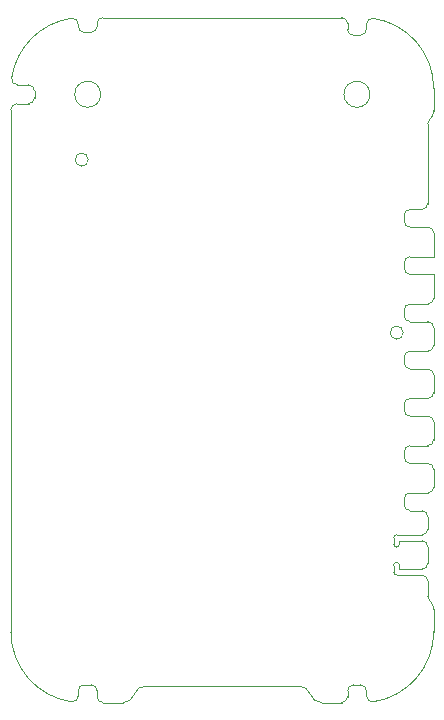
<source format=gm1>
G04 #@! TF.GenerationSoftware,KiCad,Pcbnew,(5.1.10)-1*
G04 #@! TF.CreationDate,2021-09-23T13:54:31+08:00*
G04 #@! TF.ProjectId,BeagleConnect Freedom,42656167-6c65-4436-9f6e-6e6563742046,B*
G04 #@! TF.SameCoordinates,Original*
G04 #@! TF.FileFunction,Profile,NP*
%FSLAX46Y46*%
G04 Gerber Fmt 4.6, Leading zero omitted, Abs format (unit mm)*
G04 Created by KiCad (PCBNEW (5.1.10)-1) date 2021-09-23 13:54:31*
%MOMM*%
%LPD*%
G01*
G04 APERTURE LIST*
G04 #@! TA.AperFunction,Profile*
%ADD10C,0.050000*%
G04 #@! TD*
G04 APERTURE END LIST*
D10*
X289279000Y-51088000D02*
G75*
G03*
X289279000Y-51088000I-550000J0D01*
G01*
X262609000Y-36441000D02*
G75*
G03*
X262609000Y-36441000I-550000J0D01*
G01*
X291863382Y-48158779D02*
X291863382Y-46158779D01*
X291863382Y-48158779D02*
G75*
G02*
X291363382Y-48658779I-500000J0D01*
G01*
X289863382Y-48658779D02*
X291363382Y-48658779D01*
X289363382Y-49158779D02*
G75*
G02*
X289863382Y-48658779I500000J0D01*
G01*
X289363382Y-49658779D02*
X289363382Y-49158779D01*
X289863382Y-50158779D02*
G75*
G02*
X289363382Y-49658779I0J500000D01*
G01*
X291363382Y-50158779D02*
X289863382Y-50158779D01*
X291363382Y-50158779D02*
G75*
G02*
X291863382Y-50658779I0J-500000D01*
G01*
X291863382Y-52158779D02*
X291863382Y-50658779D01*
X291863382Y-52158779D02*
G75*
G02*
X291363382Y-52658779I-500000J0D01*
G01*
X289863382Y-52658779D02*
X291363382Y-52658779D01*
X289363382Y-53158779D02*
G75*
G02*
X289863382Y-52658779I500000J0D01*
G01*
X289363382Y-53658779D02*
X289363382Y-53158779D01*
X289863382Y-54158779D02*
G75*
G02*
X289363382Y-53658779I0J500000D01*
G01*
X291363382Y-54158779D02*
X289863382Y-54158779D01*
X291363382Y-54158779D02*
G75*
G02*
X291863382Y-54658779I0J-500000D01*
G01*
X291863382Y-56158779D02*
X291863382Y-54658779D01*
X291863382Y-56158779D02*
G75*
G02*
X291363382Y-56658779I-500000J0D01*
G01*
X289863382Y-56658779D02*
X291363382Y-56658779D01*
X289363382Y-57158779D02*
G75*
G02*
X289863382Y-56658779I500000J0D01*
G01*
X289363382Y-57658779D02*
X289363382Y-57158779D01*
X289863382Y-58158779D02*
G75*
G02*
X289363382Y-57658779I0J500000D01*
G01*
X291363382Y-58158779D02*
X289863382Y-58158779D01*
X291363382Y-58158779D02*
G75*
G02*
X291863382Y-58658779I0J-500000D01*
G01*
X291863382Y-60158779D02*
X291863382Y-58658779D01*
X291863382Y-60158779D02*
G75*
G02*
X291363382Y-60658779I-500000J0D01*
G01*
X289863382Y-60658779D02*
X291363382Y-60658779D01*
X289363382Y-61158779D02*
G75*
G02*
X289863382Y-60658779I500000J0D01*
G01*
X289363382Y-61658779D02*
X289363382Y-61158779D01*
X289863382Y-62158779D02*
G75*
G02*
X289363382Y-61658779I0J500000D01*
G01*
X291363382Y-62158779D02*
X289863382Y-62158779D01*
X291363382Y-62158779D02*
G75*
G02*
X291863382Y-62658779I0J-500000D01*
G01*
X291863382Y-64158779D02*
X291863382Y-62658779D01*
X291863382Y-64158779D02*
G75*
G02*
X291363382Y-64658779I-500000J0D01*
G01*
X289863382Y-64658779D02*
X291363382Y-64658779D01*
X289363382Y-65158779D02*
G75*
G02*
X289863382Y-64658779I500000J0D01*
G01*
X289363382Y-65658779D02*
X289363382Y-65158779D01*
X289863382Y-66158779D02*
G75*
G02*
X289363382Y-65658779I0J500000D01*
G01*
X290863382Y-66158779D02*
X289863382Y-66158779D01*
X290863382Y-66158779D02*
G75*
G02*
X291363382Y-66658779I0J-500000D01*
G01*
X291363382Y-67708779D02*
X291363382Y-66658779D01*
X291363382Y-67708779D02*
G75*
G02*
X290863382Y-68208779I-500000J0D01*
G01*
X288713382Y-68208779D02*
X290863382Y-68208779D01*
X288463382Y-68458779D02*
G75*
G02*
X288713382Y-68208779I250000J0D01*
G01*
X288463382Y-69008779D02*
X288463382Y-68458779D01*
X288963382Y-69008779D02*
G75*
G02*
X288463382Y-69008779I-250000J0D01*
G01*
X288963382Y-68708779D02*
X288963382Y-69008779D01*
X290863382Y-68708779D02*
X288963382Y-68708779D01*
X290863382Y-68708779D02*
G75*
G02*
X291363382Y-69208779I0J-500000D01*
G01*
X291363382Y-70608779D02*
X291363382Y-69208779D01*
X291363382Y-70608779D02*
G75*
G02*
X290863382Y-71108779I-500000J0D01*
G01*
X288963382Y-71108779D02*
X290863382Y-71108779D01*
X288963382Y-70808779D02*
X288963382Y-71108779D01*
X288463382Y-70808779D02*
G75*
G02*
X288963382Y-70808779I250000J0D01*
G01*
X288463382Y-71358779D02*
X288463382Y-70808779D01*
X288713382Y-71608779D02*
G75*
G02*
X288463382Y-71358779I0J250000D01*
G01*
X290863382Y-71608779D02*
X288713382Y-71608779D01*
X290863382Y-71608779D02*
G75*
G02*
X291363382Y-72108779I0J-500000D01*
G01*
X291363382Y-73408779D02*
X291363382Y-72108779D01*
X291530049Y-73781457D02*
G75*
G02*
X291363382Y-73408779I333333J372678D01*
G01*
X291530049Y-73781457D02*
G75*
G02*
X291863382Y-74526813I-666667J-745356D01*
G01*
X291863382Y-76408779D02*
X291863382Y-74526813D01*
X291863381Y-76408779D02*
G75*
G02*
X286736109Y-82344968I-5999999J0D01*
G01*
X286736109Y-82344968D02*
G75*
G02*
X286163382Y-81850286I-72727J494682D01*
G01*
X286163382Y-81408779D02*
X286163382Y-81850286D01*
X285663382Y-80908779D02*
G75*
G02*
X286163382Y-81408779I0J-500000D01*
G01*
X285063382Y-80908779D02*
X285663382Y-80908779D01*
X284563382Y-81408779D02*
G75*
G02*
X285063382Y-80908779I500000J0D01*
G01*
X284563382Y-81908779D02*
X284563382Y-81408779D01*
X284563382Y-81908779D02*
G75*
G02*
X284063382Y-82408779I-500000J0D01*
G01*
X282371260Y-82408779D02*
X284063382Y-82408779D01*
X282371260Y-82408779D02*
G75*
G02*
X281417321Y-81708779I0J1000000D01*
G01*
X280463382Y-81008779D02*
G75*
G02*
X281417321Y-81708779I0J-1000000D01*
G01*
X267463382Y-81008779D02*
X280463382Y-81008779D01*
X266509443Y-81708779D02*
G75*
G02*
X267463382Y-81008779I953939J-300000D01*
G01*
X266509442Y-81708779D02*
G75*
G02*
X265555503Y-82408779I-953939J300000D01*
G01*
X263863382Y-82408779D02*
X265555503Y-82408779D01*
X263863382Y-82408779D02*
G75*
G02*
X263363382Y-81908779I0J500000D01*
G01*
X263363382Y-81408779D02*
X263363382Y-81908779D01*
X262863382Y-80908779D02*
G75*
G02*
X263363382Y-81408779I0J-500000D01*
G01*
X262263382Y-80908779D02*
X262863382Y-80908779D01*
X261763382Y-81408779D02*
G75*
G02*
X262263382Y-80908779I500000J0D01*
G01*
X261763382Y-81850286D02*
X261763382Y-81408779D01*
X261763382Y-81850287D02*
G75*
G02*
X261190654Y-82344968I-500000J1D01*
G01*
X261190655Y-82344969D02*
G75*
G02*
X256063382Y-76408779I872727J5936190D01*
G01*
X256063382Y-32208779D02*
X256063382Y-76408779D01*
X256063382Y-32208779D02*
G75*
G02*
X256563382Y-31708779I500000J0D01*
G01*
X257563382Y-31708779D02*
X256563382Y-31708779D01*
X258063382Y-31208779D02*
G75*
G02*
X257563382Y-31708779I-500000J0D01*
G01*
X258063382Y-30608779D02*
X258063382Y-31208779D01*
X257563382Y-30108779D02*
G75*
G02*
X258063382Y-30608779I0J-500000D01*
G01*
X256621874Y-30108779D02*
X257563382Y-30108779D01*
X256621874Y-30108778D02*
G75*
G02*
X256127192Y-29536052I0J499999D01*
G01*
X256127192Y-29536052D02*
G75*
G02*
X261190654Y-24472589I5936190J-872727D01*
G01*
X261190655Y-24472590D02*
G75*
G02*
X261763382Y-24967272I72727J-494682D01*
G01*
X261763382Y-25158779D02*
X261763382Y-24967272D01*
X262263382Y-25658779D02*
G75*
G02*
X261763382Y-25158779I0J500000D01*
G01*
X262863382Y-25658779D02*
X262263382Y-25658779D01*
X263363382Y-25158779D02*
G75*
G02*
X262863382Y-25658779I-500000J0D01*
G01*
X263363382Y-24908779D02*
X263363382Y-25158779D01*
X263363382Y-24908779D02*
G75*
G02*
X263863382Y-24408779I500000J0D01*
G01*
X284063382Y-24408779D02*
X263863382Y-24408779D01*
X284063382Y-24408779D02*
G75*
G02*
X284563382Y-24908779I0J-500000D01*
G01*
X284563382Y-25408779D02*
X284563382Y-24908779D01*
X285063382Y-25908779D02*
G75*
G02*
X284563382Y-25408779I0J500000D01*
G01*
X285663382Y-25908779D02*
X285063382Y-25908779D01*
X286163382Y-25408779D02*
G75*
G02*
X285663382Y-25908779I-500000J0D01*
G01*
X286163382Y-24967272D02*
X286163382Y-25408779D01*
X286163382Y-24967272D02*
G75*
G02*
X286736109Y-24472589I500000J0D01*
G01*
X286736109Y-24472589D02*
G75*
G02*
X291863382Y-30408779I-872727J-5936190D01*
G01*
X291863382Y-32290745D02*
X291863382Y-30408779D01*
X291863382Y-32290746D02*
G75*
G02*
X291530048Y-33036101I-1000000J1D01*
G01*
X291363382Y-33408779D02*
G75*
G02*
X291530048Y-33036101I500000J0D01*
G01*
X291363382Y-40158779D02*
X291363382Y-33408779D01*
X291363382Y-40158779D02*
G75*
G02*
X290863382Y-40658779I-500000J0D01*
G01*
X289863382Y-40658779D02*
X290863382Y-40658779D01*
X289363382Y-41158779D02*
G75*
G02*
X289863382Y-40658779I500000J0D01*
G01*
X289363382Y-41658779D02*
X289363382Y-41158779D01*
X289863382Y-42158779D02*
G75*
G02*
X289363382Y-41658779I0J500000D01*
G01*
X291363382Y-42158779D02*
X289863382Y-42158779D01*
X291363382Y-42158779D02*
G75*
G02*
X291863382Y-42658779I0J-500000D01*
G01*
X291863382Y-44658779D02*
X291863382Y-42658779D01*
X289863382Y-44658779D02*
X291863382Y-44658779D01*
X289363382Y-45158779D02*
G75*
G02*
X289863382Y-44658779I500000J0D01*
G01*
X289363382Y-45658779D02*
X289363382Y-45158779D01*
X289863382Y-46158779D02*
G75*
G02*
X289363382Y-45658779I0J500000D01*
G01*
X291863382Y-46158779D02*
X289863382Y-46158779D01*
X289363382Y-57658779D02*
X289363382Y-57158779D01*
X289863382Y-58158779D02*
G75*
G02*
X289363382Y-57658779I0J500000D01*
G01*
X291363382Y-58158779D02*
X289863382Y-58158779D01*
X291363382Y-58158779D02*
G75*
G02*
X291863382Y-58658779I0J-500000D01*
G01*
X291863382Y-60158779D02*
X291863382Y-58658779D01*
X291863382Y-60158779D02*
G75*
G02*
X291363382Y-60658779I-500000J0D01*
G01*
X289863382Y-60658779D02*
X291363382Y-60658779D01*
X289363382Y-61158779D02*
G75*
G02*
X289863382Y-60658779I500000J0D01*
G01*
X289363382Y-61658779D02*
X289363382Y-61158779D01*
X289863382Y-62158779D02*
G75*
G02*
X289363382Y-61658779I0J500000D01*
G01*
X291363382Y-62158779D02*
X289863382Y-62158779D01*
X291363382Y-62158779D02*
G75*
G02*
X291863382Y-62658779I0J-500000D01*
G01*
X291863382Y-64158779D02*
X291863382Y-62658779D01*
X291863382Y-64158779D02*
G75*
G02*
X291363382Y-64658779I-500000J0D01*
G01*
X289863382Y-64658779D02*
X291363382Y-64658779D01*
X289363382Y-65158779D02*
G75*
G02*
X289863382Y-64658779I500000J0D01*
G01*
X289363382Y-65658779D02*
X289363382Y-65158779D01*
X289863382Y-66158779D02*
G75*
G02*
X289363382Y-65658779I0J500000D01*
G01*
X290863382Y-66158779D02*
X289863382Y-66158779D01*
X290863382Y-66158779D02*
G75*
G02*
X291363382Y-66658779I0J-500000D01*
G01*
X291363382Y-67708779D02*
X291363382Y-66658779D01*
X291363382Y-67708779D02*
G75*
G02*
X290863382Y-68208779I-500000J0D01*
G01*
X288713382Y-68208779D02*
X290863382Y-68208779D01*
X288463382Y-68458779D02*
G75*
G02*
X288713382Y-68208779I250000J0D01*
G01*
X288463382Y-69008779D02*
X288463382Y-68458779D01*
X288963382Y-69008779D02*
G75*
G02*
X288463382Y-69008779I-250000J0D01*
G01*
X288963382Y-68708779D02*
X288963382Y-69008779D01*
X290863382Y-68708779D02*
X288963382Y-68708779D01*
X290863382Y-68708779D02*
G75*
G02*
X291363382Y-69208779I0J-500000D01*
G01*
X291363382Y-70608779D02*
X291363382Y-69208779D01*
X291363382Y-70608779D02*
G75*
G02*
X290863382Y-71108779I-500000J0D01*
G01*
X288963382Y-71108779D02*
X290863382Y-71108779D01*
X288963382Y-70808779D02*
X288963382Y-71108779D01*
X288463382Y-70808779D02*
G75*
G02*
X288963382Y-70808779I250000J0D01*
G01*
X288463382Y-71358779D02*
X288463382Y-70808779D01*
X288713382Y-71608779D02*
G75*
G02*
X288463382Y-71358779I0J250000D01*
G01*
X290863382Y-71608779D02*
X288713382Y-71608779D01*
X290863382Y-71608779D02*
G75*
G02*
X291363382Y-72108779I0J-500000D01*
G01*
X291363382Y-73408779D02*
X291363382Y-72108779D01*
X291530049Y-73781457D02*
G75*
G02*
X291363382Y-73408779I333333J372678D01*
G01*
X291530049Y-73781457D02*
G75*
G02*
X291863382Y-74526813I-666667J-745356D01*
G01*
X291863382Y-76408779D02*
X291863382Y-74526813D01*
X291863381Y-76408779D02*
G75*
G02*
X286736109Y-82344968I-5999999J0D01*
G01*
X286736109Y-82344968D02*
G75*
G02*
X286163382Y-81850286I-72727J494682D01*
G01*
X286163382Y-81408779D02*
X286163382Y-81850286D01*
X285663382Y-80908779D02*
G75*
G02*
X286163382Y-81408779I0J-500000D01*
G01*
X285063382Y-80908779D02*
X285663382Y-80908779D01*
X284563382Y-81408779D02*
G75*
G02*
X285063382Y-80908779I500000J0D01*
G01*
X284563382Y-81908779D02*
X284563382Y-81408779D01*
X284563382Y-81908779D02*
G75*
G02*
X284063382Y-82408779I-500000J0D01*
G01*
X282371260Y-82408779D02*
X284063382Y-82408779D01*
X282371260Y-82408779D02*
G75*
G02*
X281417321Y-81708779I0J1000000D01*
G01*
X280463382Y-81008779D02*
G75*
G02*
X281417321Y-81708779I0J-1000000D01*
G01*
X267463382Y-81008779D02*
X280463382Y-81008779D01*
X266509443Y-81708779D02*
G75*
G02*
X267463382Y-81008779I953939J-300000D01*
G01*
X266509442Y-81708779D02*
G75*
G02*
X265555503Y-82408779I-953939J300000D01*
G01*
X263863382Y-82408779D02*
X265555503Y-82408779D01*
X263863382Y-82408779D02*
G75*
G02*
X263363382Y-81908779I0J500000D01*
G01*
X263363382Y-81408779D02*
X263363382Y-81908779D01*
X262863382Y-80908779D02*
G75*
G02*
X263363382Y-81408779I0J-500000D01*
G01*
X262263382Y-80908779D02*
X262863382Y-80908779D01*
X261763382Y-81408779D02*
G75*
G02*
X262263382Y-80908779I500000J0D01*
G01*
X261763382Y-81850286D02*
X261763382Y-81408779D01*
X261763382Y-81850287D02*
G75*
G02*
X261190654Y-82344968I-500000J1D01*
G01*
X261190655Y-82344969D02*
G75*
G02*
X256063382Y-76408779I872727J5936190D01*
G01*
X256063382Y-32208779D02*
X256063382Y-76408779D01*
X256063382Y-32208779D02*
G75*
G02*
X256563382Y-31708779I500000J0D01*
G01*
X257563382Y-31708779D02*
X256563382Y-31708779D01*
X258063382Y-31208779D02*
G75*
G02*
X257563382Y-31708779I-500000J0D01*
G01*
X258063382Y-30608779D02*
X258063382Y-31208779D01*
X257563382Y-30108779D02*
G75*
G02*
X258063382Y-30608779I0J-500000D01*
G01*
X256621874Y-30108779D02*
X257563382Y-30108779D01*
X256621874Y-30108778D02*
G75*
G02*
X256127192Y-29536052I0J499999D01*
G01*
X256127192Y-29536052D02*
G75*
G02*
X261190654Y-24472589I5936190J-872727D01*
G01*
X261190655Y-24472590D02*
G75*
G02*
X261763382Y-24967272I72727J-494682D01*
G01*
X261763382Y-25158779D02*
X261763382Y-24967272D01*
X262263382Y-25658779D02*
G75*
G02*
X261763382Y-25158779I0J500000D01*
G01*
X262863382Y-25658779D02*
X262263382Y-25658779D01*
X263363382Y-25158779D02*
G75*
G02*
X262863382Y-25658779I-500000J0D01*
G01*
X263363382Y-24908779D02*
X263363382Y-25158779D01*
X263363382Y-24908779D02*
G75*
G02*
X263863382Y-24408779I500000J0D01*
G01*
X284063382Y-24408779D02*
X263863382Y-24408779D01*
X284063382Y-24408779D02*
G75*
G02*
X284563382Y-24908779I0J-500000D01*
G01*
X284563382Y-25408779D02*
X284563382Y-24908779D01*
X285063382Y-25908779D02*
G75*
G02*
X284563382Y-25408779I0J500000D01*
G01*
X285663382Y-25908779D02*
X285063382Y-25908779D01*
X286163382Y-25408779D02*
G75*
G02*
X285663382Y-25908779I-500000J0D01*
G01*
X286163382Y-24967272D02*
X286163382Y-25408779D01*
X286163382Y-24967272D02*
G75*
G02*
X286736109Y-24472589I500000J0D01*
G01*
X286736109Y-24472589D02*
G75*
G02*
X291863382Y-30408779I-872727J-5936190D01*
G01*
X291863382Y-32290745D02*
X291863382Y-30408779D01*
X291863382Y-32290746D02*
G75*
G02*
X291530048Y-33036101I-1000000J1D01*
G01*
X291363382Y-33408779D02*
G75*
G02*
X291530048Y-33036101I500000J0D01*
G01*
X291363382Y-40158779D02*
X291363382Y-33408779D01*
X291363382Y-40158779D02*
G75*
G02*
X290863382Y-40658779I-500000J0D01*
G01*
X289863382Y-40658779D02*
X290863382Y-40658779D01*
X289363382Y-41158779D02*
G75*
G02*
X289863382Y-40658779I500000J0D01*
G01*
X289363382Y-41658779D02*
X289363382Y-41158779D01*
X289863382Y-42158779D02*
G75*
G02*
X289363382Y-41658779I0J500000D01*
G01*
X291363382Y-42158779D02*
X289863382Y-42158779D01*
X291363382Y-42158779D02*
G75*
G02*
X291863382Y-42658779I0J-500000D01*
G01*
X291863382Y-44658779D02*
X291863382Y-42658779D01*
X289863382Y-44658779D02*
X291863382Y-44658779D01*
X289363382Y-45158779D02*
G75*
G02*
X289863382Y-44658779I500000J0D01*
G01*
X289363382Y-45658779D02*
X289363382Y-45158779D01*
X289863382Y-46158779D02*
G75*
G02*
X289363382Y-45658779I0J500000D01*
G01*
X291863382Y-46158779D02*
X289863382Y-46158779D01*
X291863382Y-48158779D02*
X291863382Y-46158779D01*
X291863382Y-48158779D02*
G75*
G02*
X291363382Y-48658779I-500000J0D01*
G01*
X289863382Y-48658779D02*
X291363382Y-48658779D01*
X289363382Y-49158779D02*
G75*
G02*
X289863382Y-48658779I500000J0D01*
G01*
X289363382Y-49658779D02*
X289363382Y-49158779D01*
X289863382Y-50158779D02*
G75*
G02*
X289363382Y-49658779I0J500000D01*
G01*
X291363382Y-50158779D02*
X289863382Y-50158779D01*
X291363382Y-50158779D02*
G75*
G02*
X291863382Y-50658779I0J-500000D01*
G01*
X291863382Y-52158779D02*
X291863382Y-50658779D01*
X291863382Y-52158779D02*
G75*
G02*
X291363382Y-52658779I-500000J0D01*
G01*
X289863382Y-52658779D02*
X291363382Y-52658779D01*
X289363382Y-53158779D02*
G75*
G02*
X289863382Y-52658779I500000J0D01*
G01*
X289363382Y-53658779D02*
X289363382Y-53158779D01*
X289863382Y-54158779D02*
G75*
G02*
X289363382Y-53658779I0J500000D01*
G01*
X291363382Y-54158779D02*
X289863382Y-54158779D01*
X291363382Y-54158779D02*
G75*
G02*
X291863382Y-54658779I0J-500000D01*
G01*
X291863382Y-56158779D02*
X291863382Y-54658779D01*
X291863382Y-56158779D02*
G75*
G02*
X291363382Y-56658779I-500000J0D01*
G01*
X289863382Y-56658779D02*
X291363382Y-56658779D01*
X289363382Y-57158779D02*
G75*
G02*
X289863382Y-56658779I500000J0D01*
G01*
X286463382Y-30908779D02*
G75*
G03*
X286463382Y-30908779I-1100000J0D01*
G01*
X263663382Y-30908779D02*
G75*
G03*
X263663382Y-30908779I-1100000J0D01*
G01*
X286463382Y-30908779D02*
G75*
G03*
X286463382Y-30908779I-1100000J0D01*
G01*
X263663382Y-30908779D02*
G75*
G03*
X263663382Y-30908779I-1100000J0D01*
G01*
M02*

</source>
